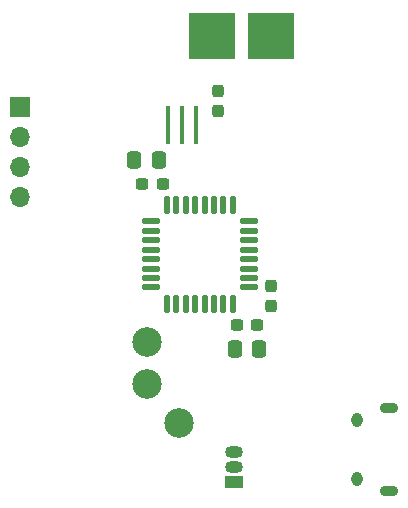
<source format=gbs>
G04 #@! TF.GenerationSoftware,KiCad,Pcbnew,(6.0.9)*
G04 #@! TF.CreationDate,2023-02-13T11:25:36-05:00*
G04 #@! TF.ProjectId,1W Experiments,31572045-7870-4657-9269-6d656e74732e,rev?*
G04 #@! TF.SameCoordinates,Original*
G04 #@! TF.FileFunction,Soldermask,Bot*
G04 #@! TF.FilePolarity,Negative*
%FSLAX46Y46*%
G04 Gerber Fmt 4.6, Leading zero omitted, Abs format (unit mm)*
G04 Created by KiCad (PCBNEW (6.0.9)) date 2023-02-13 11:25:36*
%MOMM*%
%LPD*%
G01*
G04 APERTURE LIST*
G04 Aperture macros list*
%AMRoundRect*
0 Rectangle with rounded corners*
0 $1 Rounding radius*
0 $2 $3 $4 $5 $6 $7 $8 $9 X,Y pos of 4 corners*
0 Add a 4 corners polygon primitive as box body*
4,1,4,$2,$3,$4,$5,$6,$7,$8,$9,$2,$3,0*
0 Add four circle primitives for the rounded corners*
1,1,$1+$1,$2,$3*
1,1,$1+$1,$4,$5*
1,1,$1+$1,$6,$7*
1,1,$1+$1,$8,$9*
0 Add four rect primitives between the rounded corners*
20,1,$1+$1,$2,$3,$4,$5,0*
20,1,$1+$1,$4,$5,$6,$7,0*
20,1,$1+$1,$6,$7,$8,$9,0*
20,1,$1+$1,$8,$9,$2,$3,0*%
G04 Aperture macros list end*
%ADD10O,1.550000X0.890000*%
%ADD11O,0.950000X1.250000*%
%ADD12R,1.500000X1.050000*%
%ADD13O,1.500000X1.050000*%
%ADD14R,1.700000X1.700000*%
%ADD15O,1.700000X1.700000*%
%ADD16RoundRect,0.237500X-0.300000X-0.237500X0.300000X-0.237500X0.300000X0.237500X-0.300000X0.237500X0*%
%ADD17RoundRect,0.250000X0.337500X0.475000X-0.337500X0.475000X-0.337500X-0.475000X0.337500X-0.475000X0*%
%ADD18R,0.400000X3.200000*%
%ADD19RoundRect,0.237500X0.237500X-0.300000X0.237500X0.300000X-0.237500X0.300000X-0.237500X-0.300000X0*%
%ADD20R,4.000000X4.000000*%
%ADD21C,2.500000*%
%ADD22RoundRect,0.250000X-0.337500X-0.475000X0.337500X-0.475000X0.337500X0.475000X-0.337500X0.475000X0*%
%ADD23RoundRect,0.125000X-0.125000X0.625000X-0.125000X-0.625000X0.125000X-0.625000X0.125000X0.625000X0*%
%ADD24RoundRect,0.125000X-0.625000X0.125000X-0.625000X-0.125000X0.625000X-0.125000X0.625000X0.125000X0*%
%ADD25RoundRect,0.237500X0.300000X0.237500X-0.300000X0.237500X-0.300000X-0.237500X0.300000X-0.237500X0*%
%ADD26RoundRect,0.237500X-0.237500X0.300000X-0.237500X-0.300000X0.237500X-0.300000X0.237500X0.300000X0*%
G04 APERTURE END LIST*
D10*
X106500000Y-120000000D03*
D11*
X103800000Y-114000000D03*
D10*
X106500000Y-113000000D03*
D11*
X103800000Y-119000000D03*
D12*
X93360000Y-119270000D03*
D13*
X93360000Y-118000000D03*
X93360000Y-116730000D03*
D14*
X75250000Y-87500000D03*
D15*
X75250000Y-90040000D03*
X75250000Y-92580000D03*
X75250000Y-95120000D03*
D16*
X93637500Y-106000000D03*
X95362500Y-106000000D03*
D17*
X87037500Y-92000000D03*
X84962500Y-92000000D03*
D18*
X87800000Y-89000000D03*
X89000000Y-89000000D03*
X90200000Y-89000000D03*
D19*
X92000000Y-87862500D03*
X92000000Y-86137500D03*
D20*
X91500000Y-81500000D03*
D21*
X86000000Y-111000000D03*
D20*
X96500000Y-81500000D03*
D21*
X88700000Y-114300000D03*
D22*
X93462500Y-108000000D03*
X95537500Y-108000000D03*
D23*
X87700000Y-95825000D03*
X88500000Y-95825000D03*
X89300000Y-95825000D03*
X90100000Y-95825000D03*
X90900000Y-95825000D03*
X91700000Y-95825000D03*
X92500000Y-95825000D03*
X93300000Y-95825000D03*
D24*
X94675000Y-97200000D03*
X94675000Y-98000000D03*
X94675000Y-98800000D03*
X94675000Y-99600000D03*
X94675000Y-100400000D03*
X94675000Y-101200000D03*
X94675000Y-102000000D03*
X94675000Y-102800000D03*
D23*
X93300000Y-104175000D03*
X92500000Y-104175000D03*
X91700000Y-104175000D03*
X90900000Y-104175000D03*
X90100000Y-104175000D03*
X89300000Y-104175000D03*
X88500000Y-104175000D03*
X87700000Y-104175000D03*
D24*
X86325000Y-102800000D03*
X86325000Y-102000000D03*
X86325000Y-101200000D03*
X86325000Y-100400000D03*
X86325000Y-99600000D03*
X86325000Y-98800000D03*
X86325000Y-98000000D03*
X86325000Y-97200000D03*
D21*
X86000000Y-107400000D03*
D25*
X87362500Y-94000000D03*
X85637500Y-94000000D03*
D26*
X96500000Y-102637500D03*
X96500000Y-104362500D03*
M02*

</source>
